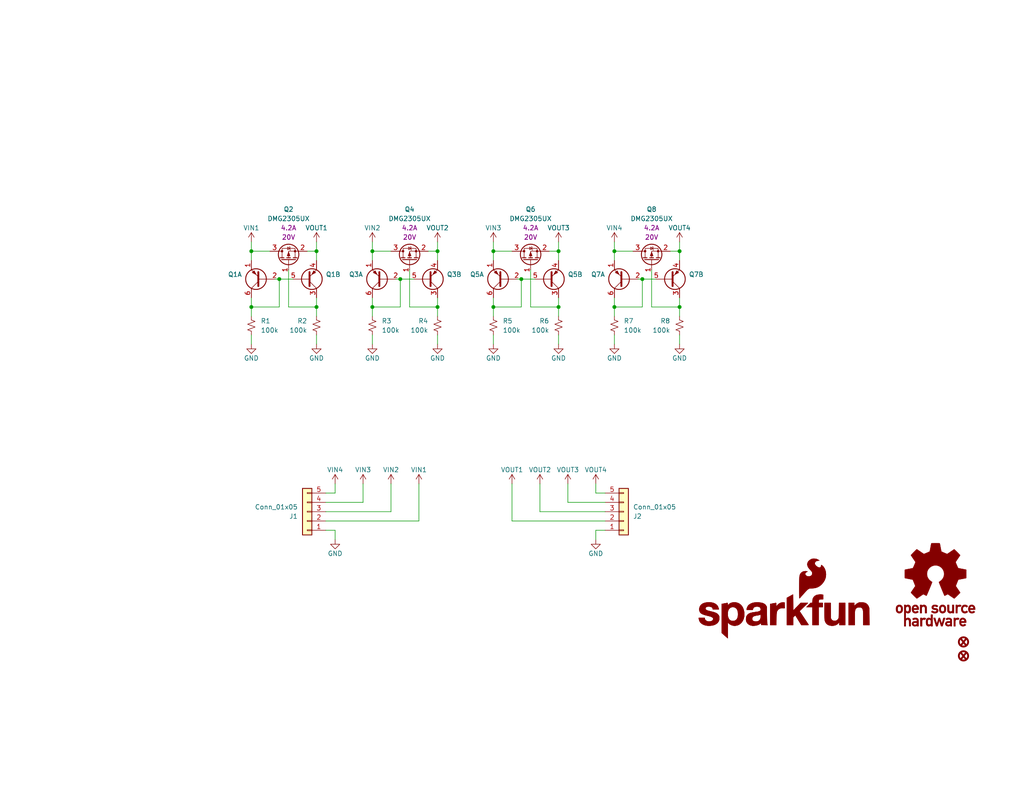
<source format=kicad_sch>
(kicad_sch (version 20231120) (generator "eeschema") (generator_version "8.0")
  (paper "USLetter")
  (title_block (title "SparkFun Product (Qwiic)") (rev "v10") (company "SparkFun") (comment 1 "Designed by: You"))
  (lib_symbols
    (symbol "SparkFun-Aesthetic:Fiducial_0.5mm"
      (symbol "Fiducial_0.5mm_1_1"
        (text "x" (at 0 0.254 0) (effects (font (size 2.5 2.5) (bold yes))))
      )
    )
    (symbol "SparkFun-Aesthetic:OSHW_Logo" (pin_names (offset 1.016)) (in_bom no))
    (symbol "SparkFun-Aesthetic:SparkFun_Logo" (pin_names (offset 1.016)) (on_board no))
    (symbol "SparkFun-Connector:Conn_01x05" (pin_names (offset 1.016) hide)
      (property "Reference" "J" (at 0 7.62 0))
      (property "Value" "Conn_01x05" (at 0 -7.62 0))
      (symbol "Conn_01x05_1_1"
        (pin passive line (at -5.08 5.08 0) (length 3.81) (name "Pin_1") (number "1"))
        (pin passive line (at -5.08 2.54 0) (length 3.81) (name "Pin_2") (number "2"))
        (pin passive line (at -5.08 0 0) (length 3.81) (name "Pin_3") (number "3"))
        (pin passive line (at -5.08 -2.54 0) (length 3.81) (name "Pin_4") (number "4"))
        (pin passive line (at -5.08 -5.08 0) (length 3.81) (name "Pin_5") (number "5"))
      )
    )
    (symbol "SparkFun-DiscreteSemi:Q_PMOS_4.2A_20V" (pin_names (offset 0) hide)
      (property "Reference" "Q" (at 5.08 1.27 0))
      (property "Value" "DMG2305UX" (at 5.08 -1.27 0))
      (property "IMax" "4.2A" (at 7.62 -3.81 0))
      (property "VMax" "20V" (at 7.62 -6.35 0))
      (symbol "Q_PMOS_4.2A_20V_1_1"
        (pin input line (at -2.54 0 0) (length 0) (name "G") (number "1"))
        (pin passive line (at 2.54 -5.08 90) (length 2.54) (name "S") (number "2"))
        (pin passive line (at 2.54 5.08 270) (length 2.54) (name "D") (number "3"))
      )
    )
    (symbol "SparkFun-DiscreteSemi:Q_PNP_DUAL" (pin_names (offset 0) hide)
      (property "Reference" "Q" (at 5.08 1.27 0))
      (property "Value" "BCM857BS-7-F" (at 5.08 -1.27 0))
      (symbol "Q_PNP_DUAL_1_1"
        (pin passive line (at 2.54 5.08 270) (length 2.54) (name "E") (number "1"))
        (pin input line (at -3.81 0 0) (length 0) (name "B") (number "2"))
        (pin passive line (at 2.54 -5.08 90) (length 2.54) (name "C") (number "6"))
      )
      (symbol "Q_PNP_DUAL_2_1"
        (pin passive line (at 2.54 -5.08 90) (length 2.54) (name "C") (number "3"))
        (pin passive line (at 2.54 5.08 270) (length 2.54) (name "E") (number "4"))
        (pin input line (at -3.81 0 0) (length 0) (name "B") (number "5"))
      )
    )
    (symbol "SparkFun-PowerSymbol:GND" (power) (pin_names (offset 0))
      (property "Value" "GND" (at 0 -3.81 0))
      (symbol "GND_1_1"
        (pin power_in line (at 0 0 270) (length 0) hide (name "GND") (number "1"))
      )
    )
    (symbol "SparkFun-PowerSymbol:VIN" (power) (pin_names (offset 0))
      (property "Value" "VIN" (at 0 3.81 0))
      (symbol "VIN_1_1"
        (pin power_in line (at 0 0 90) (length 0) hide (name "VIN") (number "1"))
      )
    )
    (symbol "SparkFun-PowerSymbol:VOUT" (power) (pin_names (offset 0))
      (property "Value" "VOUT" (at 0 3.81 0))
      (symbol "VOUT_1_1"
        (pin power_in line (at 0 0 90) (length 0) hide (name "VOUT") (number "1"))
      )
    )
    (symbol "SparkFun-Resistor:100k_0402" (pin_numbers hide) (pin_names (offset 0))
      (property "Reference" "R" (at 0 -2.54 0))
      (property "Value" "100k" (at 0 2.54 0))
      (symbol "100k_0402_1_1"
        (pin passive line (at -2.54 0 0) (length 1.016) (name "~") (number "1"))
        (pin passive line (at 2.54 0 180) (length 1.016) (name "~") (number "2"))
      )
    )
  )
  (junction (at 68.58 83.82))
  (junction (at 86.36 83.82))
  (junction (at 152.4 83.82))
  (junction (at 167.64 83.82))
  (junction (at 185.42 68.58))
  (junction (at 109.22 76.2))
  (junction (at 134.62 83.82))
  (junction (at 68.58 68.58))
  (junction (at 134.62 68.58))
  (junction (at 152.4 68.58))
  (junction (at 86.36 68.58))
  (junction (at 119.38 68.58))
  (junction (at 142.24 76.2))
  (junction (at 101.6 83.82))
  (junction (at 101.6 68.58))
  (junction (at 119.38 83.82))
  (junction (at 76.2 76.2))
  (junction (at 185.42 83.82))
  (junction (at 167.64 68.58))
  (junction (at 175.26 76.2))
  (wire (pts (xy 152.4 68.58) (xy 152.4 71.12)))
  (wire (pts (xy 185.42 83.82) (xy 185.42 86.36)))
  (wire (pts (xy 167.64 83.82) (xy 167.64 86.36)))
  (wire (pts (xy 165.1 137.16) (xy 154.94 137.16)))
  (wire (pts (xy 111.76 73.66) (xy 111.76 83.82)))
  (wire (pts (xy 74.93 76.2) (xy 76.2 76.2)))
  (wire (pts (xy 167.64 68.58) (xy 167.64 66.04)))
  (wire (pts (xy 109.22 83.82) (xy 109.22 76.2)))
  (wire (pts (xy 68.58 83.82) (xy 76.2 83.82)))
  (wire (pts (xy 134.62 83.82) (xy 142.24 83.82)))
  (wire (pts (xy 109.22 76.2) (xy 113.03 76.2)))
  (wire (pts (xy 144.78 83.82) (xy 152.4 83.82)))
  (wire (pts (xy 68.58 81.28) (xy 68.58 83.82)))
  (wire (pts (xy 185.42 81.28) (xy 185.42 83.82)))
  (wire (pts (xy 152.4 83.82) (xy 152.4 86.36)))
  (wire (pts (xy 134.62 81.28) (xy 134.62 83.82)))
  (wire (pts (xy 119.38 93.98) (xy 119.38 91.44)))
  (wire (pts (xy 165.1 144.78) (xy 162.56 144.78)))
  (wire (pts (xy 76.2 83.82) (xy 76.2 76.2)))
  (wire (pts (xy 78.74 73.66) (xy 78.74 83.82)))
  (wire (pts (xy 68.58 68.58) (xy 68.58 66.04)))
  (wire (pts (xy 134.62 93.98) (xy 134.62 91.44)))
  (wire (pts (xy 165.1 134.62) (xy 162.56 134.62)))
  (wire (pts (xy 101.6 83.82) (xy 101.6 86.36)))
  (wire (pts (xy 167.64 68.58) (xy 167.64 71.12)))
  (wire (pts (xy 88.9 134.62) (xy 91.44 134.62)))
  (wire (pts (xy 119.38 66.04) (xy 119.38 68.58)))
  (wire (pts (xy 185.42 66.04) (xy 185.42 68.58)))
  (wire (pts (xy 86.36 66.04) (xy 86.36 68.58)))
  (wire (pts (xy 101.6 81.28) (xy 101.6 83.82)))
  (wire (pts (xy 134.62 83.82) (xy 134.62 86.36)))
  (wire (pts (xy 185.42 93.98) (xy 185.42 91.44)))
  (wire (pts (xy 73.66 68.58) (xy 68.58 68.58)))
  (wire (pts (xy 119.38 81.28) (xy 119.38 83.82)))
  (wire (pts (xy 147.32 139.7) (xy 147.32 132.08)))
  (wire (pts (xy 142.24 76.2) (xy 146.05 76.2)))
  (wire (pts (xy 119.38 68.58) (xy 119.38 71.12)))
  (wire (pts (xy 86.36 81.28) (xy 86.36 83.82)))
  (wire (pts (xy 162.56 144.78) (xy 162.56 147.32)))
  (wire (pts (xy 101.6 68.58) (xy 101.6 71.12)))
  (wire (pts (xy 91.44 134.62) (xy 91.44 132.08)))
  (wire (pts (xy 173.99 76.2) (xy 175.26 76.2)))
  (wire (pts (xy 99.06 137.16) (xy 99.06 132.08)))
  (wire (pts (xy 107.95 76.2) (xy 109.22 76.2)))
  (wire (pts (xy 88.9 144.78) (xy 91.44 144.78)))
  (wire (pts (xy 177.8 73.66) (xy 177.8 83.82)))
  (wire (pts (xy 86.36 68.58) (xy 86.36 71.12)))
  (wire (pts (xy 119.38 83.82) (xy 119.38 86.36)))
  (wire (pts (xy 139.7 68.58) (xy 134.62 68.58)))
  (wire (pts (xy 101.6 68.58) (xy 101.6 66.04)))
  (wire (pts (xy 142.24 83.82) (xy 142.24 76.2)))
  (wire (pts (xy 185.42 68.58) (xy 185.42 71.12)))
  (wire (pts (xy 86.36 93.98) (xy 86.36 91.44)))
  (wire (pts (xy 91.44 144.78) (xy 91.44 147.32)))
  (wire (pts (xy 167.64 83.82) (xy 175.26 83.82)))
  (wire (pts (xy 177.8 83.82) (xy 185.42 83.82)))
  (wire (pts (xy 140.97 76.2) (xy 142.24 76.2)))
  (wire (pts (xy 175.26 83.82) (xy 175.26 76.2)))
  (wire (pts (xy 88.9 142.24) (xy 114.3 142.24)))
  (wire (pts (xy 139.7 142.24) (xy 139.7 132.08)))
  (wire (pts (xy 172.72 68.58) (xy 167.64 68.58)))
  (wire (pts (xy 114.3 142.24) (xy 114.3 132.08)))
  (wire (pts (xy 68.58 68.58) (xy 68.58 71.12)))
  (wire (pts (xy 167.64 93.98) (xy 167.64 91.44)))
  (wire (pts (xy 106.68 139.7) (xy 106.68 132.08)))
  (wire (pts (xy 162.56 134.62) (xy 162.56 132.08)))
  (wire (pts (xy 182.88 68.58) (xy 185.42 68.58)))
  (wire (pts (xy 152.4 66.04) (xy 152.4 68.58)))
  (wire (pts (xy 116.84 68.58) (xy 119.38 68.58)))
  (wire (pts (xy 88.9 137.16) (xy 99.06 137.16)))
  (wire (pts (xy 78.74 83.82) (xy 86.36 83.82)))
  (wire (pts (xy 134.62 68.58) (xy 134.62 66.04)))
  (wire (pts (xy 154.94 137.16) (xy 154.94 132.08)))
  (wire (pts (xy 101.6 83.82) (xy 109.22 83.82)))
  (wire (pts (xy 68.58 93.98) (xy 68.58 91.44)))
  (wire (pts (xy 106.68 68.58) (xy 101.6 68.58)))
  (wire (pts (xy 165.1 142.24) (xy 139.7 142.24)))
  (wire (pts (xy 152.4 81.28) (xy 152.4 83.82)))
  (wire (pts (xy 86.36 83.82) (xy 86.36 86.36)))
  (wire (pts (xy 165.1 139.7) (xy 147.32 139.7)))
  (wire (pts (xy 134.62 68.58) (xy 134.62 71.12)))
  (wire (pts (xy 144.78 73.66) (xy 144.78 83.82)))
  (wire (pts (xy 101.6 93.98) (xy 101.6 91.44)))
  (wire (pts (xy 149.86 68.58) (xy 152.4 68.58)))
  (wire (pts (xy 167.64 81.28) (xy 167.64 83.82)))
  (wire (pts (xy 175.26 76.2) (xy 179.07 76.2)))
  (wire (pts (xy 68.58 83.82) (xy 68.58 86.36)))
  (wire (pts (xy 88.9 139.7) (xy 106.68 139.7)))
  (wire (pts (xy 76.2 76.2) (xy 80.01 76.2)))
  (wire (pts (xy 111.76 83.82) (xy 119.38 83.82)))
  (wire (pts (xy 83.82 68.58) (xy 86.36 68.58)))
  (wire (pts (xy 152.4 93.98) (xy 152.4 91.44)))
  (symbol (lib_id "SparkFun-PowerSymbol:VIN") (at 106.68 132.08 0) (mirror y) (unit 1)
    (property "Reference" "#PWR019" (effects (hide yes)))
    (property "Value" "VIN2" (at 106.68 128.27 0))
    (property "Description" "Power symbol creates a global label with name \"VIN\"" (effects (hide yes)))
  )
  (symbol (lib_id "SparkFun-DiscreteSemi:Q_PMOS_4.2A_20V") (at 78.74 71.12 90) (unit 1)
    (property "Reference" "Q2" (at 78.74 57.15 90))
    (property "Value" "DMG2305UX" (at 78.74 59.69 90))
    (property "Footprint" "SparkFun-Semiconductor-Standard:SOT23-3" (effects (hide yes)))
    (property "Datasheet" "https://www.diodes.com/assets/Datasheets/DMG2305UX.pdf" (effects (hide yes)))
    (property "Description" "P-MOSFET transistor, drain/gate/source" (effects (hide yes)))
    (property "PROD_ID" "TRANS-14388" (effects (hide yes)))
    (property "IMax" "4.2A" (at 78.74 62.23 90))
    (property "VMax" "20V" (at 78.74 64.77 90))
  )
  (symbol (lib_id "SparkFun-PowerSymbol:VOUT") (at 147.32 132.08 0) (unit 1)
    (property "Reference" "#PWR023" (effects (hide yes)))
    (property "Value" "VOUT2" (at 147.32 128.27 0))
    (property "Description" "Power symbol creates a global label with name \"VOUT\"" (effects (hide yes)))
  )
  (symbol (lib_id "SparkFun-PowerSymbol:VOUT") (at 185.42 66.04 0) (unit 1)
    (property "Reference" "#PWR015" (effects (hide yes)))
    (property "Value" "VOUT4" (at 185.42 62.23 0))
    (property "Description" "Power symbol creates a global label with name \"VOUT\"" (effects (hide yes)))
  )
  (symbol (lib_id "SparkFun-PowerSymbol:VIN") (at 134.62 66.04 0) (unit 1)
    (property "Reference" "#PWR09" (effects (hide yes)))
    (property "Value" "VIN3" (at 134.62 62.23 0))
    (property "Description" "Power symbol creates a global label with name \"VIN\"" (effects (hide yes)))
  )
  (symbol (lib_id "SparkFun-Aesthetic:SparkFun_Logo") (at 213.36 167.64 0) (unit 1) (on_board no)
    (property "Reference" "G1" (effects (hide yes)))
    (property "Value" "SparkFun_Logo" (effects (hide yes)))
    (property "Footprint" "SparkFun-Aesthetic:SparkFun_Logo_8mm" (effects (hide yes)))
  )
  (symbol (lib_id "SparkFun-DiscreteSemi:Q_PMOS_4.2A_20V") (at 111.76 71.12 90) (unit 1)
    (property "Reference" "Q4" (at 111.76 57.15 90))
    (property "Value" "DMG2305UX" (at 111.76 59.69 90))
    (property "Footprint" "SparkFun-Semiconductor-Standard:SOT23-3" (effects (hide yes)))
    (property "Datasheet" "https://www.diodes.com/assets/Datasheets/DMG2305UX.pdf" (effects (hide yes)))
    (property "Description" "P-MOSFET transistor, drain/gate/source" (effects (hide yes)))
    (property "PROD_ID" "TRANS-14388" (effects (hide yes)))
    (property "IMax" "4.2A" (at 111.76 62.23 90))
    (property "VMax" "20V" (at 111.76 64.77 90))
  )
  (symbol (lib_id "SparkFun-Resistor:100k_0402") (at 185.42 88.9 90) (unit 1)
    (property "Reference" "R8" (at 182.88 87.6299 90) (effects (justify left)))
    (property "Value" "100k" (at 182.88 90.1699 90) (effects (justify left)))
    (property "Footprint" "SparkFun-Resistor:R_0402_1005Metric" (effects (hide yes)))
    (property "Datasheet" "https://www.vishay.com/docs/20035/dcrcwe3.pdf" (effects (hide yes)))
    (property "Description" "Resistor" (effects (hide yes)))
    (property "PROD_ID" "RES-13495" (effects (hide yes)))
  )
  (symbol (lib_id "SparkFun-DiscreteSemi:Q_PNP_DUAL") (at 104.14 76.2 0) (mirror y) (unit 1)
    (property "Reference" "Q3" (at 99.06 74.9299 0) (effects (justify left)))
    (property "Value" "BCM857BS-7-F" (effects (hide yes)))
    (property "Footprint" "SparkFun-Semiconductor-Standard:SOT-323" (effects (hide yes)))
    (property "Datasheet" "https://www.diodes.com/assets/Datasheets/BCM857BS.pdf" (effects (hide yes)))
    (property "Description" "100mA IC, 65V Vce, Dual PNP/PNP Transistors, SOT-363" (effects (hide yes)))
    (property "PROD_ID" "TRANS-14386" (effects (hide yes)))
  )
  (symbol (lib_id "SparkFun-Resistor:100k_0402") (at 152.4 88.9 90) (unit 1)
    (property "Reference" "R6" (at 149.86 87.6299 90) (effects (justify left)))
    (property "Value" "100k" (at 149.86 90.1699 90) (effects (justify left)))
    (property "Footprint" "SparkFun-Resistor:R_0402_1005Metric" (effects (hide yes)))
    (property "Datasheet" "https://www.vishay.com/docs/20035/dcrcwe3.pdf" (effects (hide yes)))
    (property "Description" "Resistor" (effects (hide yes)))
    (property "PROD_ID" "RES-13495" (effects (hide yes)))
  )
  (symbol (lib_id "SparkFun-DiscreteSemi:Q_PNP_DUAL") (at 149.86 76.2 0) (unit 2)
    (property "Reference" "Q5" (at 154.94 74.9299 0) (effects (justify left)))
    (property "Value" "BCM857BS-7-F" (effects (hide yes)))
    (property "Footprint" "SparkFun-Semiconductor-Standard:SOT-323" (effects (hide yes)))
    (property "Datasheet" "https://www.diodes.com/assets/Datasheets/BCM857BS.pdf" (effects (hide yes)))
    (property "Description" "100mA IC, 65V Vce, Dual PNP/PNP Transistors, SOT-363" (effects (hide yes)))
    (property "PROD_ID" "TRANS-14386" (effects (hide yes)))
  )
  (symbol (lib_id "SparkFun-Resistor:100k_0402") (at 86.36 88.9 90) (unit 1)
    (property "Reference" "R2" (at 83.82 87.6299 90) (effects (justify left)))
    (property "Value" "100k" (at 83.82 90.1699 90) (effects (justify left)))
    (property "Footprint" "SparkFun-Resistor:R_0402_1005Metric" (effects (hide yes)))
    (property "Datasheet" "https://www.vishay.com/docs/20035/dcrcwe3.pdf" (effects (hide yes)))
    (property "Description" "Resistor" (effects (hide yes)))
    (property "PROD_ID" "RES-13495" (effects (hide yes)))
  )
  (symbol (lib_id "SparkFun-Resistor:100k_0402") (at 101.6 88.9 90) (unit 1)
    (property "Reference" "R3" (at 104.14 87.6299 90) (effects (justify right)))
    (property "Value" "100k" (at 104.14 90.1699 90) (effects (justify right)))
    (property "Footprint" "SparkFun-Resistor:R_0402_1005Metric" (effects (hide yes)))
    (property "Datasheet" "https://www.vishay.com/docs/20035/dcrcwe3.pdf" (effects (hide yes)))
    (property "Description" "Resistor" (effects (hide yes)))
    (property "PROD_ID" "RES-13495" (effects (hide yes)))
  )
  (symbol (lib_id "SparkFun-DiscreteSemi:Q_PNP_DUAL") (at 116.84 76.2 0) (unit 2)
    (property "Reference" "Q3" (at 121.92 74.9299 0) (effects (justify left)))
    (property "Value" "BCM857BS-7-F" (effects (hide yes)))
    (property "Footprint" "SparkFun-Semiconductor-Standard:SOT-323" (effects (hide yes)))
    (property "Datasheet" "https://www.diodes.com/assets/Datasheets/BCM857BS.pdf" (effects (hide yes)))
    (property "Description" "100mA IC, 65V Vce, Dual PNP/PNP Transistors, SOT-363" (effects (hide yes)))
    (property "PROD_ID" "TRANS-14386" (effects (hide yes)))
  )
  (symbol (lib_id "SparkFun-Resistor:100k_0402") (at 167.64 88.9 90) (unit 1)
    (property "Reference" "R7" (at 170.18 87.6299 90) (effects (justify right)))
    (property "Value" "100k" (at 170.18 90.1699 90) (effects (justify right)))
    (property "Footprint" "SparkFun-Resistor:R_0402_1005Metric" (effects (hide yes)))
    (property "Datasheet" "https://www.vishay.com/docs/20035/dcrcwe3.pdf" (effects (hide yes)))
    (property "Description" "Resistor" (effects (hide yes)))
    (property "PROD_ID" "RES-13495" (effects (hide yes)))
  )
  (symbol (lib_id "SparkFun-Connector:Conn_01x05") (at 83.82 139.7 180) (unit 1)
    (property "Reference" "J1" (at 81.28 140.9701 0) (effects (justify left)))
    (property "Value" "Conn_01x05" (at 81.28 138.4301 0) (effects (justify left)))
    (property "Footprint" "SparkFun-Connector:1x05" (effects (hide yes)))
    (property "Description" "Generic connector, single row, 01x05, script generated (kicad-library-utils/schlib/autogen/connector/)" (effects (hide yes)))
  )
  (symbol (lib_id "SparkFun-PowerSymbol:VOUT") (at 119.38 66.04 0) (unit 1)
    (property "Reference" "#PWR07" (effects (hide yes)))
    (property "Value" "VOUT2" (at 119.38 62.23 0))
    (property "Description" "Power symbol creates a global label with name \"VOUT\"" (effects (hide yes)))
  )
  (symbol (lib_id "SparkFun-Resistor:100k_0402") (at 68.58 88.9 90) (unit 1)
    (property "Reference" "R1" (at 71.12 87.6299 90) (effects (justify right)))
    (property "Value" "100k" (at 71.12 90.1699 90) (effects (justify right)))
    (property "Footprint" "SparkFun-Resistor:R_0402_1005Metric" (effects (hide yes)))
    (property "Datasheet" "https://www.vishay.com/docs/20035/dcrcwe3.pdf" (effects (hide yes)))
    (property "Description" "Resistor" (effects (hide yes)))
    (property "PROD_ID" "RES-13495" (effects (hide yes)))
  )
  (symbol (lib_id "SparkFun-PowerSymbol:GND") (at 134.62 93.98 0) (unit 1)
    (property "Reference" "#PWR010" (effects (hide yes)))
    (property "Value" "GND" (at 134.62 97.79 0))
    (property "Description" "Power symbol creates a global label with name \"GND\" , ground" (effects (hide yes)))
  )
  (symbol (lib_id "SparkFun-PowerSymbol:VIN") (at 68.58 66.04 0) (unit 1)
    (property "Reference" "#PWR03" (effects (hide yes)))
    (property "Value" "VIN1" (at 68.58 62.23 0))
    (property "Description" "Power symbol creates a global label with name \"VIN\"" (effects (hide yes)))
  )
  (symbol (lib_id "SparkFun-PowerSymbol:GND") (at 68.58 93.98 0) (unit 1)
    (property "Reference" "#PWR01" (effects (hide yes)))
    (property "Value" "GND" (at 68.58 97.79 0))
    (property "Description" "Power symbol creates a global label with name \"GND\" , ground" (effects (hide yes)))
  )
  (symbol (lib_id "SparkFun-Aesthetic:Fiducial_0.5mm") (at 262.89 179.07 0) (unit 1)
    (property "Reference" "FID4" (effects (hide yes)))
    (property "Value" "Fiducial_0.5mm" (effects (hide yes)))
    (property "Footprint" "SparkFun-Aesthetic:Fiducial_0.5mm_Mask1mm" (effects (hide yes)))
  )
  (symbol (lib_id "SparkFun-PowerSymbol:VIN") (at 167.64 66.04 0) (unit 1)
    (property "Reference" "#PWR013" (effects (hide yes)))
    (property "Value" "VIN4" (at 167.64 62.23 0))
    (property "Description" "Power symbol creates a global label with name \"VIN\"" (effects (hide yes)))
  )
  (symbol (lib_id "SparkFun-PowerSymbol:GND") (at 167.64 93.98 0) (unit 1)
    (property "Reference" "#PWR014" (effects (hide yes)))
    (property "Value" "GND" (at 167.64 97.79 0))
    (property "Description" "Power symbol creates a global label with name \"GND\" , ground" (effects (hide yes)))
  )
  (symbol (lib_id "SparkFun-PowerSymbol:VOUT") (at 152.4 66.04 0) (unit 1)
    (property "Reference" "#PWR011" (effects (hide yes)))
    (property "Value" "VOUT3" (at 152.4 62.23 0))
    (property "Description" "Power symbol creates a global label with name \"VOUT\"" (effects (hide yes)))
  )
  (symbol (lib_id "SparkFun-PowerSymbol:VIN") (at 91.44 132.08 0) (mirror y) (unit 1)
    (property "Reference" "#PWR021" (effects (hide yes)))
    (property "Value" "VIN4" (at 91.44 128.27 0))
    (property "Description" "Power symbol creates a global label with name \"VIN\"" (effects (hide yes)))
  )
  (symbol (lib_id "SparkFun-Resistor:100k_0402") (at 134.62 88.9 90) (unit 1)
    (property "Reference" "R5" (at 137.16 87.6299 90) (effects (justify right)))
    (property "Value" "100k" (at 137.16 90.1699 90) (effects (justify right)))
    (property "Footprint" "SparkFun-Resistor:R_0402_1005Metric" (effects (hide yes)))
    (property "Datasheet" "https://www.vishay.com/docs/20035/dcrcwe3.pdf" (effects (hide yes)))
    (property "Description" "Resistor" (effects (hide yes)))
    (property "PROD_ID" "RES-13495" (effects (hide yes)))
  )
  (symbol (lib_id "SparkFun-Connector:Conn_01x05") (at 170.18 139.7 0) (mirror x) (unit 1)
    (property "Reference" "J2" (at 172.72 140.9701 0) (effects (justify left)))
    (property "Value" "Conn_01x05" (at 172.72 138.4301 0) (effects (justify left)))
    (property "Footprint" "SparkFun-Connector:1x05" (effects (hide yes)))
    (property "Description" "Generic connector, single row, 01x05, script generated (kicad-library-utils/schlib/autogen/connector/)" (effects (hide yes)))
  )
  (symbol (lib_id "SparkFun-Resistor:100k_0402") (at 119.38 88.9 90) (unit 1)
    (property "Reference" "R4" (at 116.84 87.6299 90) (effects (justify left)))
    (property "Value" "100k" (at 116.84 90.1699 90) (effects (justify left)))
    (property "Footprint" "SparkFun-Resistor:R_0402_1005Metric" (effects (hide yes)))
    (property "Datasheet" "https://www.vishay.com/docs/20035/dcrcwe3.pdf" (effects (hide yes)))
    (property "Description" "Resistor" (effects (hide yes)))
    (property "PROD_ID" "RES-13495" (effects (hide yes)))
  )
  (symbol (lib_id "SparkFun-PowerSymbol:VIN") (at 101.6 66.04 0) (unit 1)
    (property "Reference" "#PWR05" (effects (hide yes)))
    (property "Value" "VIN2" (at 101.6 62.23 0))
    (property "Description" "Power symbol creates a global label with name \"VIN\"" (effects (hide yes)))
  )
  (symbol (lib_id "SparkFun-PowerSymbol:VOUT") (at 162.56 132.08 0) (unit 1)
    (property "Reference" "#PWR025" (effects (hide yes)))
    (property "Value" "VOUT4" (at 162.56 128.27 0))
    (property "Description" "Power symbol creates a global label with name \"VOUT\"" (effects (hide yes)))
  )
  (symbol (lib_id "SparkFun-Aesthetic:OSHW_Logo") (at 255.27 163.83 0) (unit 1) (in_bom no)
    (property "Reference" "G3" (effects (hide yes)))
    (property "Value" "OSHW_Logo" (effects (hide yes)))
    (property "Footprint" "SparkFun-Aesthetic:Creative_Commons_License" (effects (hide yes)))
  )
  (symbol (lib_id "SparkFun-Aesthetic:Fiducial_0.5mm") (at 262.89 175.26 0) (unit 1)
    (property "Reference" "FID1" (effects (hide yes)))
    (property "Value" "Fiducial_0.5mm" (effects (hide yes)))
    (property "Footprint" "SparkFun-Aesthetic:Fiducial_0.5mm_Mask1mm" (effects (hide yes)))
  )
  (symbol (lib_id "SparkFun-PowerSymbol:GND") (at 185.42 93.98 0) (unit 1)
    (property "Reference" "#PWR016" (effects (hide yes)))
    (property "Value" "GND" (at 185.42 97.79 0))
    (property "Description" "Power symbol creates a global label with name \"GND\" , ground" (effects (hide yes)))
  )
  (symbol (lib_id "SparkFun-PowerSymbol:GND") (at 86.36 93.98 0) (unit 1)
    (property "Reference" "#PWR02" (effects (hide yes)))
    (property "Value" "GND" (at 86.36 97.79 0))
    (property "Description" "Power symbol creates a global label with name \"GND\" , ground" (effects (hide yes)))
  )
  (symbol (lib_id "SparkFun-PowerSymbol:GND") (at 101.6 93.98 0) (unit 1)
    (property "Reference" "#PWR06" (effects (hide yes)))
    (property "Value" "GND" (at 101.6 97.79 0))
    (property "Description" "Power symbol creates a global label with name \"GND\" , ground" (effects (hide yes)))
  )
  (symbol (lib_id "SparkFun-Aesthetic:SparkFun_Logo") (at 213.36 167.64 0) (unit 1) (on_board no)
    (property "Reference" "G2" (effects (hide yes)))
    (property "Value" "SparkFun_Logo" (effects (hide yes)))
  )
  (symbol (lib_id "SparkFun-PowerSymbol:VOUT") (at 139.7 132.08 0) (unit 1)
    (property "Reference" "#PWR022" (effects (hide yes)))
    (property "Value" "VOUT1" (at 139.7 128.27 0))
    (property "Description" "Power symbol creates a global label with name \"VOUT\"" (effects (hide yes)))
  )
  (symbol (lib_id "SparkFun-PowerSymbol:VIN") (at 99.06 132.08 0) (mirror y) (unit 1)
    (property "Reference" "#PWR020" (effects (hide yes)))
    (property "Value" "VIN3" (at 99.06 128.27 0))
    (property "Description" "Power symbol creates a global label with name \"VIN\"" (effects (hide yes)))
  )
  (symbol (lib_id "SparkFun-PowerSymbol:GND") (at 119.38 93.98 0) (unit 1)
    (property "Reference" "#PWR08" (effects (hide yes)))
    (property "Value" "GND" (at 119.38 97.79 0))
    (property "Description" "Power symbol creates a global label with name \"GND\" , ground" (effects (hide yes)))
  )
  (symbol (lib_id "SparkFun-DiscreteSemi:Q_PNP_DUAL") (at 83.82 76.2 0) (unit 2)
    (property "Reference" "Q1" (at 88.9 74.9299 0) (effects (justify left)))
    (property "Value" "BCM857BS-7-F" (effects (hide yes)))
    (property "Footprint" "SparkFun-Semiconductor-Standard:SOT-323" (effects (hide yes)))
    (property "Datasheet" "https://www.diodes.com/assets/Datasheets/BCM857BS.pdf" (effects (hide yes)))
    (property "Description" "100mA IC, 65V Vce, Dual PNP/PNP Transistors, SOT-363" (effects (hide yes)))
    (property "PROD_ID" "TRANS-14386" (effects (hide yes)))
  )
  (symbol (lib_id "SparkFun-DiscreteSemi:Q_PNP_DUAL") (at 137.16 76.2 0) (mirror y) (unit 1)
    (property "Reference" "Q5" (at 132.08 74.9299 0) (effects (justify left)))
    (property "Value" "BCM857BS-7-F" (effects (hide yes)))
    (property "Footprint" "SparkFun-Semiconductor-Standard:SOT-323" (effects (hide yes)))
    (property "Datasheet" "https://www.diodes.com/assets/Datasheets/BCM857BS.pdf" (effects (hide yes)))
    (property "Description" "100mA IC, 65V Vce, Dual PNP/PNP Transistors, SOT-363" (effects (hide yes)))
    (property "PROD_ID" "TRANS-14386" (effects (hide yes)))
  )
  (symbol (lib_id "SparkFun-DiscreteSemi:Q_PNP_DUAL") (at 71.12 76.2 0) (mirror y) (unit 1)
    (property "Reference" "Q1" (at 66.04 74.9299 0) (effects (justify left)))
    (property "Value" "BCM857BS-7-F" (effects (hide yes)))
    (property "Footprint" "SparkFun-Semiconductor-Standard:SOT-323" (effects (hide yes)))
    (property "Datasheet" "https://www.diodes.com/assets/Datasheets/BCM857BS.pdf" (effects (hide yes)))
    (property "Description" "100mA IC, 65V Vce, Dual PNP/PNP Transistors, SOT-363" (effects (hide yes)))
    (property "PROD_ID" "TRANS-14386" (effects (hide yes)))
  )
  (symbol (lib_id "SparkFun-DiscreteSemi:Q_PMOS_4.2A_20V") (at 177.8 71.12 90) (unit 1)
    (property "Reference" "Q8" (at 177.8 57.15 90))
    (property "Value" "DMG2305UX" (at 177.8 59.69 90))
    (property "Footprint" "SparkFun-Semiconductor-Standard:SOT23-3" (effects (hide yes)))
    (property "Datasheet" "https://www.diodes.com/assets/Datasheets/DMG2305UX.pdf" (effects (hide yes)))
    (property "Description" "P-MOSFET transistor, drain/gate/source" (effects (hide yes)))
    (property "PROD_ID" "TRANS-14388" (effects (hide yes)))
    (property "IMax" "4.2A" (at 177.8 62.23 90))
    (property "VMax" "20V" (at 177.8 64.77 90))
  )
  (symbol (lib_id "SparkFun-PowerSymbol:VOUT") (at 86.36 66.04 0) (unit 1)
    (property "Reference" "#PWR04" (effects (hide yes)))
    (property "Value" "VOUT1" (at 86.36 62.23 0))
    (property "Description" "Power symbol creates a global label with name \"VOUT\"" (effects (hide yes)))
  )
  (symbol (lib_id "SparkFun-PowerSymbol:GND") (at 152.4 93.98 0) (unit 1)
    (property "Reference" "#PWR012" (effects (hide yes)))
    (property "Value" "GND" (at 152.4 97.79 0))
    (property "Description" "Power symbol creates a global label with name \"GND\" , ground" (effects (hide yes)))
  )
  (symbol (lib_id "SparkFun-PowerSymbol:VOUT") (at 154.94 132.08 0) (unit 1)
    (property "Reference" "#PWR024" (effects (hide yes)))
    (property "Value" "VOUT3" (at 154.94 128.27 0))
    (property "Description" "Power symbol creates a global label with name \"VOUT\"" (effects (hide yes)))
  )
  (symbol (lib_id "SparkFun-PowerSymbol:GND") (at 91.44 147.32 0) (unit 1)
    (property "Reference" "#PWR017" (effects (hide yes)))
    (property "Value" "GND" (at 91.44 151.13 0))
    (property "Description" "Power symbol creates a global label with name \"GND\" , ground" (effects (hide yes)))
  )
  (symbol (lib_id "SparkFun-PowerSymbol:VIN") (at 114.3 132.08 0) (mirror y) (unit 1)
    (property "Reference" "#PWR018" (effects (hide yes)))
    (property "Value" "VIN1" (at 114.3 128.27 0))
    (property "Description" "Power symbol creates a global label with name \"VIN\"" (effects (hide yes)))
  )
  (symbol (lib_id "SparkFun-DiscreteSemi:Q_PNP_DUAL") (at 170.18 76.2 0) (mirror y) (unit 1)
    (property "Reference" "Q7" (at 165.1 74.9299 0) (effects (justify left)))
    (property "Value" "BCM857BS-7-F" (effects (hide yes)))
    (property "Footprint" "SparkFun-Semiconductor-Standard:SOT-323" (effects (hide yes)))
    (property "Datasheet" "https://www.diodes.com/assets/Datasheets/BCM857BS.pdf" (effects (hide yes)))
    (property "Description" "100mA IC, 65V Vce, Dual PNP/PNP Transistors, SOT-363" (effects (hide yes)))
    (property "PROD_ID" "TRANS-14386" (effects (hide yes)))
  )
  (symbol (lib_id "SparkFun-DiscreteSemi:Q_PMOS_4.2A_20V") (at 144.78 71.12 90) (unit 1)
    (property "Reference" "Q6" (at 144.78 57.15 90))
    (property "Value" "DMG2305UX" (at 144.78 59.69 90))
    (property "Footprint" "SparkFun-Semiconductor-Standard:SOT23-3" (effects (hide yes)))
    (property "Datasheet" "https://www.diodes.com/assets/Datasheets/DMG2305UX.pdf" (effects (hide yes)))
    (property "Description" "P-MOSFET transistor, drain/gate/source" (effects (hide yes)))
    (property "PROD_ID" "TRANS-14388" (effects (hide yes)))
    (property "IMax" "4.2A" (at 144.78 62.23 90))
    (property "VMax" "20V" (at 144.78 64.77 90))
  )
  (symbol (lib_id "SparkFun-DiscreteSemi:Q_PNP_DUAL") (at 182.88 76.2 0) (unit 2)
    (property "Reference" "Q7" (at 187.96 74.9299 0) (effects (justify left)))
    (property "Value" "BCM857BS-7-F" (effects (hide yes)))
    (property "Footprint" "SparkFun-Semiconductor-Standard:SOT-323" (effects (hide yes)))
    (property "Datasheet" "https://www.diodes.com/assets/Datasheets/BCM857BS.pdf" (effects (hide yes)))
    (property "Description" "100mA IC, 65V Vce, Dual PNP/PNP Transistors, SOT-363" (effects (hide yes)))
    (property "PROD_ID" "TRANS-14386" (effects (hide yes)))
  )
  (symbol (lib_id "SparkFun-PowerSymbol:GND") (at 162.56 147.32 0) (unit 1)
    (property "Reference" "#PWR026" (effects (hide yes)))
    (property "Value" "GND" (at 162.56 151.13 0))
    (property "Description" "Power symbol creates a global label with name \"GND\" , ground" (effects (hide yes)))
  )
)
</source>
